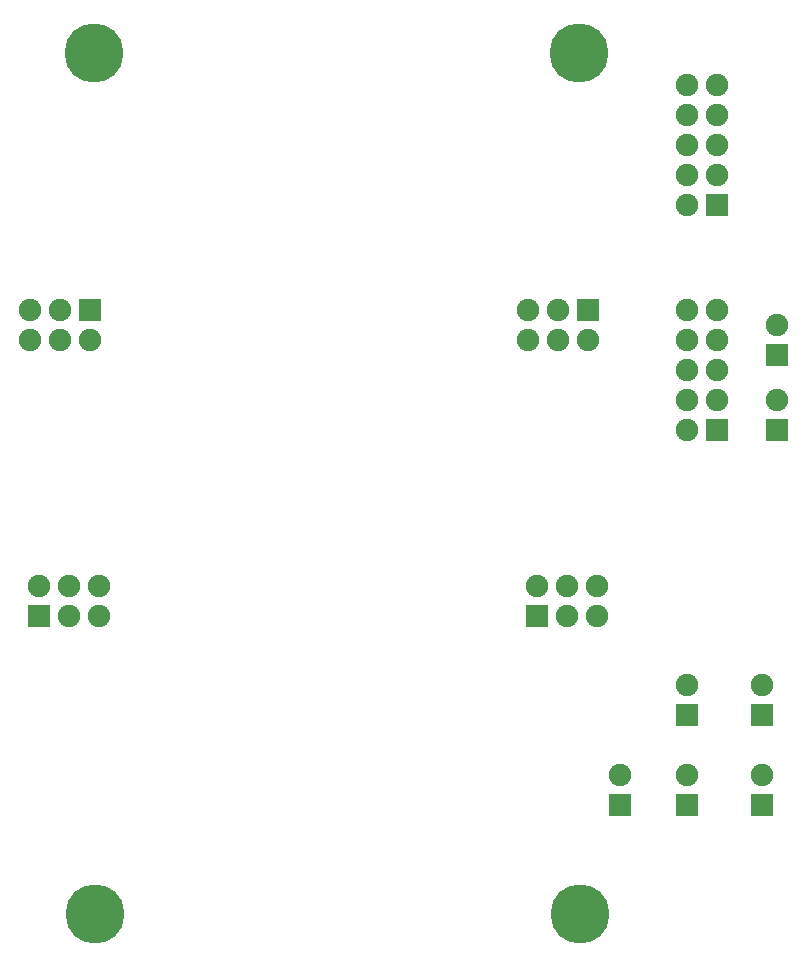
<source format=gbr>
G04 DipTrace 3.3.1.3*
G04 BottomMask.gbr*
%MOIN*%
G04 #@! TF.FileFunction,Soldermask,Bot*
G04 #@! TF.Part,Single*
%ADD24C,0.19685*%
%ADD31C,0.074803*%
%ADD33R,0.074803X0.074803*%
%FSLAX26Y26*%
G04*
G70*
G90*
G75*
G01*
G04 BotMask*
%LPD*%
D24*
X867913Y3601339D3*
X2483150Y3601693D3*
X2485079Y729488D3*
X869252Y729173D3*
D33*
X2513845Y2743909D3*
D31*
Y2643909D3*
X2413845Y2743909D3*
Y2643909D3*
X2313845Y2743909D3*
Y2643909D3*
D33*
X2343671Y1724875D3*
D31*
Y1824875D3*
X2443671Y1724875D3*
Y1824875D3*
X2543671Y1724875D3*
Y1824875D3*
D33*
X854890Y2743161D3*
D31*
Y2643161D3*
X754890Y2743161D3*
Y2643161D3*
X654890Y2743161D3*
Y2643161D3*
D33*
X684741Y1723407D3*
D31*
Y1823407D3*
X784741Y1723407D3*
Y1823407D3*
X884741Y1723407D3*
Y1823407D3*
D33*
X2943701Y2343701D3*
D31*
X2843701D3*
X2943701Y2443701D3*
X2843701D3*
X2943701Y2543701D3*
X2843701D3*
X2943701Y2643701D3*
X2843701D3*
X2943701Y2743701D3*
X2843701D3*
D33*
X2943701Y3093701D3*
D31*
X2843701D3*
X2943701Y3193701D3*
X2843701D3*
X2943701Y3293701D3*
X2843701D3*
X2943701Y3393701D3*
X2843701D3*
X2943701Y3493701D3*
X2843701D3*
D33*
Y1393701D3*
D31*
Y1493701D3*
D33*
X3093701Y1093701D3*
D31*
Y1193701D3*
D33*
X2843701Y1093701D3*
D31*
Y1193701D3*
D33*
X3093701Y1393701D3*
D31*
Y1493701D3*
D33*
X3143701Y2593701D3*
D31*
Y2693701D3*
D33*
Y2343701D3*
D31*
Y2443701D3*
D33*
X2618701Y1093701D3*
D31*
Y1193701D3*
M02*

</source>
